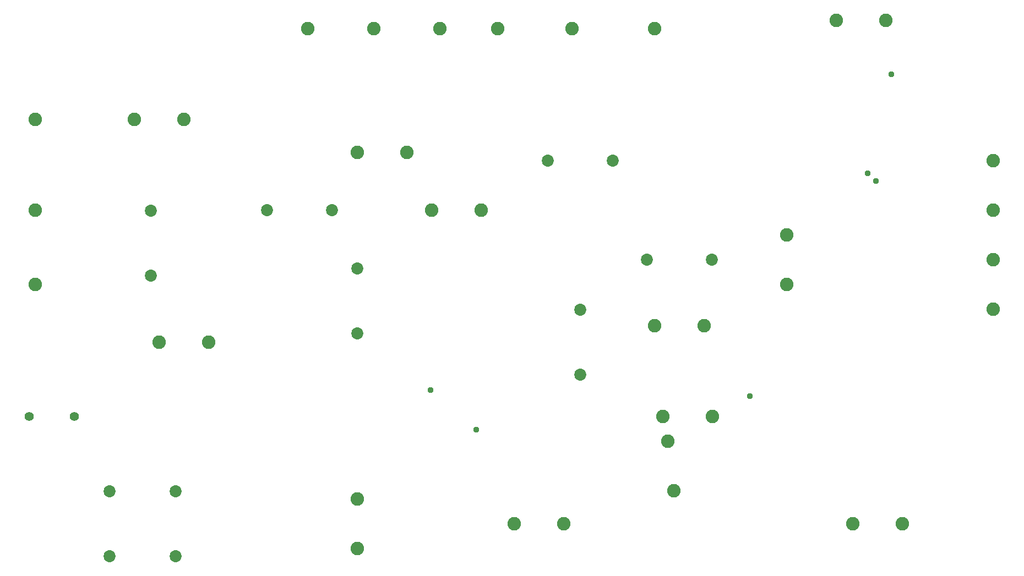
<source format=gbr>
G04 EAGLE Gerber RS-274X export*
G75*
%MOMM*%
%FSLAX34Y34*%
%LPD*%
%INSoldermask Bottom*%
%IPPOS*%
%AMOC8*
5,1,8,0,0,1.08239X$1,22.5*%
G01*
%ADD10C,2.082800*%
%ADD11C,1.854200*%
%ADD12C,1.403200*%
%ADD13C,0.959600*%


D10*
X482600Y876300D03*
D11*
X901700Y443700D03*
X901700Y343700D03*
X419900Y596900D03*
X519900Y596900D03*
X851700Y673100D03*
X951700Y673100D03*
X558800Y407200D03*
X558800Y507200D03*
X1004100Y520700D03*
X1104100Y520700D03*
D10*
X685800Y876300D03*
D12*
X54100Y279400D03*
X124100Y279400D03*
D10*
X63500Y736600D03*
X584200Y876300D03*
X1016000Y876300D03*
X889000Y876300D03*
X215900Y736600D03*
X292100Y736600D03*
X1536700Y520700D03*
X1536700Y444500D03*
X1219200Y482600D03*
X1219200Y558800D03*
X558800Y685800D03*
X635000Y685800D03*
X1016000Y419100D03*
X1092200Y419100D03*
X673100Y596900D03*
X749300Y596900D03*
X1320800Y114300D03*
X1397000Y114300D03*
X1295400Y889000D03*
X1371600Y889000D03*
X1036691Y241008D03*
X1046109Y165392D03*
X1536700Y673100D03*
X1536700Y596900D03*
X1028700Y279400D03*
X1104900Y279400D03*
X558800Y76200D03*
X558800Y152400D03*
X63500Y596900D03*
X774700Y876300D03*
X63500Y482600D03*
X876300Y114300D03*
X800100Y114300D03*
X254000Y393700D03*
X330200Y393700D03*
D11*
X241300Y596100D03*
X241300Y496100D03*
X279400Y64300D03*
X279400Y164300D03*
X177800Y64300D03*
X177800Y164300D03*
D13*
X742188Y259080D03*
X1162812Y310896D03*
X1380744Y806196D03*
X672084Y320040D03*
X1356360Y641604D03*
X1344168Y653796D03*
M02*

</source>
